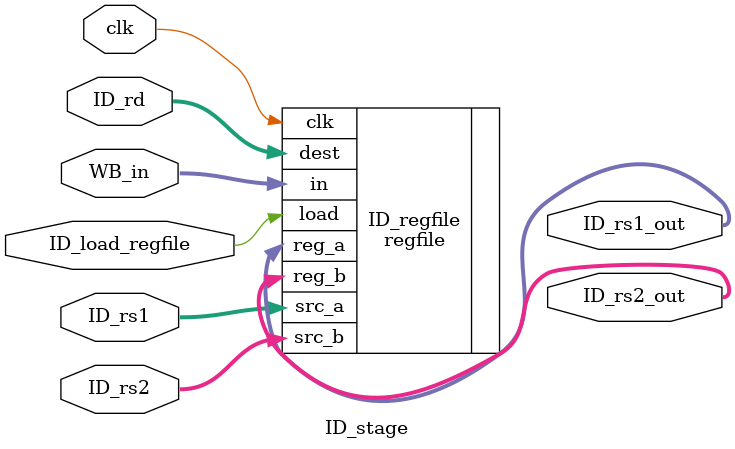
<source format=sv>
module ID_stage
(
		input clk,
		input [4:0] ID_rs1,
		input [4:0] ID_rs2,
		input [31:0] WB_in,
		input [4:0] ID_rd,
		input ID_load_regfile,
		output [31:0] ID_rs1_out,
		output [31:0] ID_rs2_out
);


regfile ID_regfile
(
	.clk,
	.load(ID_load_regfile),
	.in(WB_in),
	.src_a(ID_rs1),
	.src_b(ID_rs2),
	.dest(ID_rd),
	.reg_a(ID_rs1_out),
	.reg_b(ID_rs2_out)
);
endmodule : ID_stage

</source>
